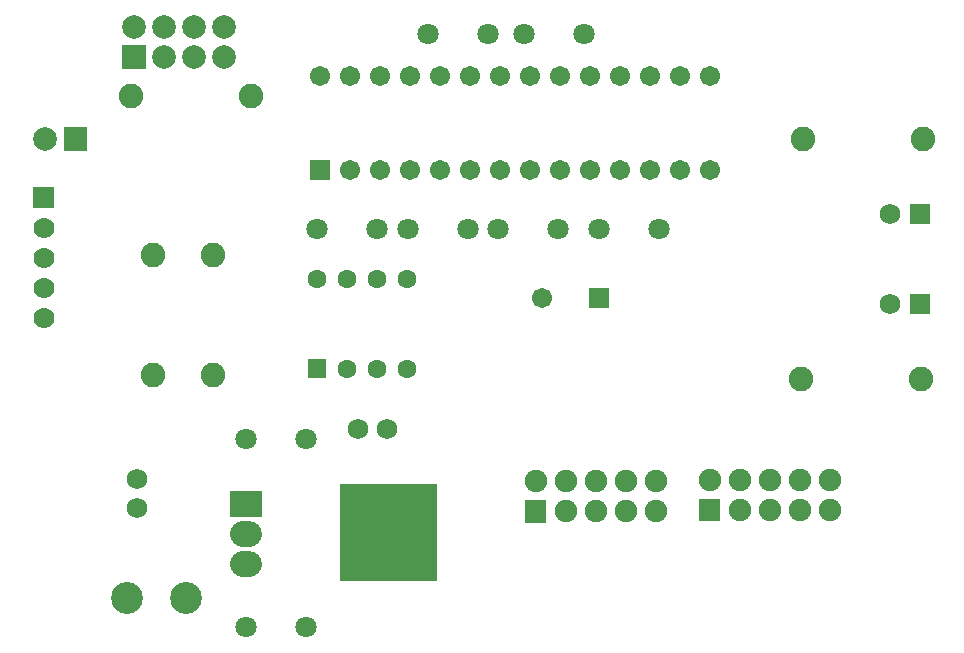
<source format=gbs>
G04 Layer: BottomSolderMaskLayer*
G04 EasyEDA v6.3.53, 2020-06-17T09:28:47+02:00*
G04 2fc62430105348e8968ca0d9d06def79,a119ccecc66d453fa3e160aadb19915c,10*
G04 Gerber Generator version 0.2*
G04 Scale: 100 percent, Rotated: No, Reflected: No *
G04 Dimensions in inches *
G04 leading zeros omitted , absolute positions ,2 integer and 4 decimal *
%FSLAX24Y24*%
%MOIN*%
G90*
G70D02*

%ADD14C,0.070000*%
%ADD43C,0.086740*%
%ADD44C,0.074929*%
%ADD46C,0.078866*%
%ADD48C,0.068000*%
%ADD49C,0.070992*%
%ADD53C,0.082000*%
%ADD55C,0.067055*%
%ADD57C,0.063000*%
%ADD59C,0.106425*%

%LPD*%
G54D43*
G01X8348Y2940D02*
G01X8151Y2940D01*
G01X8348Y3940D02*
G01X8151Y3940D01*
G54D44*
G01X27700Y5740D03*
G01X27700Y4740D03*
G01X26700Y5740D03*
G01X26700Y4740D03*
G01X25700Y5740D03*
G01X25700Y4740D03*
G01X24700Y5740D03*
G01X24700Y4740D03*
G01X23700Y5740D03*
G36*
G01X23350Y4365D02*
G01X23350Y5115D01*
G01X24050Y5115D01*
G01X24050Y4365D01*
G01X23350Y4365D01*
G37*
G01X21900Y5690D03*
G01X21900Y4690D03*
G01X20900Y5690D03*
G01X20900Y4690D03*
G01X19900Y5690D03*
G01X19900Y4690D03*
G01X18900Y5690D03*
G01X18900Y4690D03*
G01X17900Y5690D03*
G36*
G01X17550Y4315D02*
G01X17550Y5065D01*
G01X18250Y5065D01*
G01X18250Y4315D01*
G01X17550Y4315D01*
G37*
G54D46*
G01X1550Y17090D03*
G36*
G01X2155Y16696D02*
G01X2155Y17484D01*
G01X2944Y17484D01*
G01X2944Y16696D01*
G01X2155Y16696D01*
G37*
G54D48*
G01X11957Y7440D03*
G01X12942Y7440D03*
G01X4600Y4797D03*
G01X4600Y5782D03*
G54D49*
G01X8250Y7090D03*
G01X10250Y7090D03*
G36*
G01X11375Y2375D02*
G01X11375Y5605D01*
G01X14605Y5605D01*
G01X14605Y2375D01*
G01X11375Y2375D01*
G37*
G36*
G01X7718Y4505D02*
G01X7718Y5374D01*
G01X8781Y5374D01*
G01X8781Y4505D01*
G01X7718Y4505D01*
G37*
G01X8250Y840D03*
G01X10250Y840D03*
G36*
G01X30360Y11250D02*
G01X30360Y11930D01*
G01X31039Y11930D01*
G01X31039Y11250D01*
G01X30360Y11250D01*
G37*
G54D48*
G01X29700Y11590D03*
G36*
G01X30360Y14250D02*
G01X30360Y14930D01*
G01X31039Y14930D01*
G01X31039Y14250D01*
G01X30360Y14250D01*
G37*
G01X29700Y14590D03*
G54D53*
G01X26800Y17090D03*
G01X30800Y17090D03*
G54D49*
G01X22000Y14090D03*
G01X20000Y14090D03*
G01X16650Y14090D03*
G01X18650Y14090D03*
G36*
G01X19675Y11455D02*
G01X19675Y12125D01*
G01X20344Y12125D01*
G01X20344Y11455D01*
G01X19675Y11455D01*
G37*
G54D55*
G01X18089Y11790D03*
G36*
G01X10285Y9125D02*
G01X10285Y9755D01*
G01X10914Y9755D01*
G01X10914Y9125D01*
G01X10285Y9125D01*
G37*
G54D57*
G01X11600Y9440D03*
G01X12600Y9440D03*
G01X13600Y9440D03*
G01X13600Y12440D03*
G01X12600Y12440D03*
G01X11600Y12440D03*
G01X10600Y12440D03*
G54D14*
G01X1500Y11140D03*
G01X1500Y12140D03*
G01X1500Y13140D03*
G01X1500Y14140D03*
G36*
G01X1150Y14790D02*
G01X1150Y15490D01*
G01X1850Y15490D01*
G01X1850Y14790D01*
G01X1150Y14790D01*
G37*
G36*
G01X4105Y19446D02*
G01X4105Y20234D01*
G01X4894Y20234D01*
G01X4894Y19446D01*
G01X4105Y19446D01*
G37*
G54D46*
G01X4500Y20840D03*
G01X5500Y19840D03*
G01X5500Y20840D03*
G01X6500Y19840D03*
G01X6500Y20840D03*
G01X7500Y19840D03*
G01X7500Y20840D03*
G36*
G01X10364Y15730D02*
G01X10364Y16400D01*
G01X11035Y16400D01*
G01X11035Y15730D01*
G01X10364Y15730D01*
G37*
G54D55*
G01X11700Y16065D03*
G01X12700Y16065D03*
G01X13700Y16065D03*
G01X14700Y16065D03*
G01X15700Y16065D03*
G01X16700Y16065D03*
G01X17700Y16065D03*
G01X18700Y16065D03*
G01X19700Y16065D03*
G01X20700Y16065D03*
G01X21700Y16065D03*
G01X22700Y16065D03*
G01X23700Y16065D03*
G01X10700Y19214D03*
G01X11700Y19214D03*
G01X12700Y19214D03*
G01X13700Y19214D03*
G01X14700Y19214D03*
G01X15700Y19214D03*
G01X16700Y19214D03*
G01X17700Y19214D03*
G01X18700Y19214D03*
G01X19700Y19214D03*
G01X20700Y19214D03*
G01X21700Y19214D03*
G01X22700Y19214D03*
G01X23700Y19214D03*
G54D53*
G01X26750Y9090D03*
G01X30750Y9090D03*
G54D59*
G01X4265Y1790D03*
G01X6234Y1790D03*
G54D53*
G01X4400Y18540D03*
G01X8400Y18540D03*
G54D49*
G01X16300Y20590D03*
G01X14300Y20590D03*
G01X15650Y14090D03*
G01X13650Y14090D03*
G01X19500Y20590D03*
G01X17500Y20590D03*
G01X10600Y14090D03*
G01X12600Y14090D03*
G54D53*
G01X5150Y13240D03*
G01X5150Y9240D03*
G01X7150Y13240D03*
G01X7150Y9240D03*
M00*
M02*

</source>
